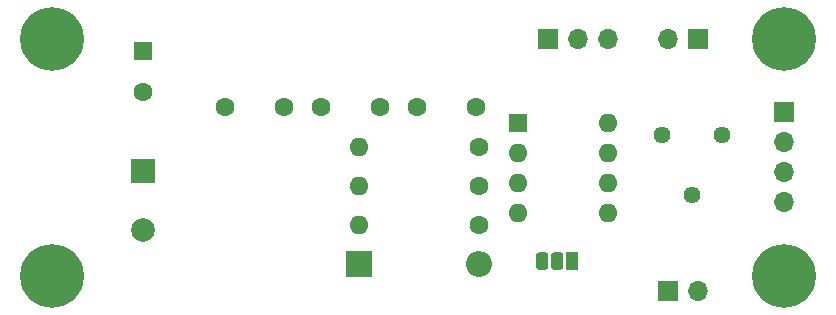
<source format=gbr>
G04 #@! TF.GenerationSoftware,KiCad,Pcbnew,(5.1.7)-1*
G04 #@! TF.CreationDate,2021-04-21T20:11:02-05:00*
G04 #@! TF.ProjectId,PortableAmpSlim,506f7274-6162-46c6-9541-6d70536c696d,rev?*
G04 #@! TF.SameCoordinates,Original*
G04 #@! TF.FileFunction,Soldermask,Top*
G04 #@! TF.FilePolarity,Negative*
%FSLAX46Y46*%
G04 Gerber Fmt 4.6, Leading zero omitted, Abs format (unit mm)*
G04 Created by KiCad (PCBNEW (5.1.7)-1) date 2021-04-21 20:11:02*
%MOMM*%
%LPD*%
G01*
G04 APERTURE LIST*
%ADD10R,1.600000X1.600000*%
%ADD11C,1.600000*%
%ADD12R,2.200000X2.200000*%
%ADD13O,2.200000X2.200000*%
%ADD14C,5.400000*%
%ADD15R,1.700000X1.700000*%
%ADD16O,1.700000X1.700000*%
%ADD17R,1.050000X1.500000*%
%ADD18O,1.600000X1.600000*%
%ADD19C,1.440000*%
%ADD20R,2.000000X2.000000*%
%ADD21C,2.000000*%
G04 APERTURE END LIST*
D10*
G04 #@! TO.C,C1*
X110744000Y-62992000D03*
D11*
X110744000Y-66492000D03*
G04 #@! TD*
G04 #@! TO.C,C2*
X122682000Y-67710000D03*
X117682000Y-67710000D03*
G04 #@! TD*
G04 #@! TO.C,C3*
X133938000Y-67710000D03*
X138938000Y-67710000D03*
G04 #@! TD*
G04 #@! TO.C,C4*
X125810000Y-67710000D03*
X130810000Y-67710000D03*
G04 #@! TD*
D12*
G04 #@! TO.C,D1*
X129032000Y-81026000D03*
D13*
X139192000Y-81026000D03*
G04 #@! TD*
D14*
G04 #@! TO.C,H1*
X103000000Y-62000000D03*
G04 #@! TD*
G04 #@! TO.C,H2*
X103000000Y-82000000D03*
G04 #@! TD*
G04 #@! TO.C,H3*
X165000000Y-62000000D03*
G04 #@! TD*
G04 #@! TO.C,H4*
X165000000Y-82000000D03*
G04 #@! TD*
D15*
G04 #@! TO.C,J1*
X165000000Y-68190000D03*
D16*
X165000000Y-70730000D03*
X165000000Y-73270000D03*
X165000000Y-75810000D03*
G04 #@! TD*
D15*
G04 #@! TO.C,J2*
X157734000Y-62000000D03*
D16*
X155194000Y-62000000D03*
G04 #@! TD*
G04 #@! TO.C,Q1*
G36*
G01*
X146321000Y-80284500D02*
X146321000Y-81259500D01*
G75*
G02*
X146058500Y-81522000I-262500J0D01*
G01*
X145533500Y-81522000D01*
G75*
G02*
X145271000Y-81259500I0J262500D01*
G01*
X145271000Y-80284500D01*
G75*
G02*
X145533500Y-80022000I262500J0D01*
G01*
X146058500Y-80022000D01*
G75*
G02*
X146321000Y-80284500I0J-262500D01*
G01*
G37*
G36*
G01*
X145051000Y-80284500D02*
X145051000Y-81259500D01*
G75*
G02*
X144788500Y-81522000I-262500J0D01*
G01*
X144263500Y-81522000D01*
G75*
G02*
X144001000Y-81259500I0J262500D01*
G01*
X144001000Y-80284500D01*
G75*
G02*
X144263500Y-80022000I262500J0D01*
G01*
X144788500Y-80022000D01*
G75*
G02*
X145051000Y-80284500I0J-262500D01*
G01*
G37*
D17*
X147066000Y-80772000D03*
G04 #@! TD*
D18*
G04 #@! TO.C,R1*
X129032000Y-77724000D03*
D11*
X139192000Y-77724000D03*
G04 #@! TD*
G04 #@! TO.C,R2*
X139192000Y-74422000D03*
D18*
X129032000Y-74422000D03*
G04 #@! TD*
D11*
G04 #@! TO.C,R3*
X139192000Y-71120000D03*
D18*
X129032000Y-71120000D03*
G04 #@! TD*
D16*
G04 #@! TO.C,RV1*
X150114000Y-61976000D03*
X147574000Y-61976000D03*
D15*
X145034000Y-61976000D03*
G04 #@! TD*
G04 #@! TO.C,SW1*
X155194000Y-83312000D03*
D16*
X157734000Y-83312000D03*
G04 #@! TD*
D10*
G04 #@! TO.C,U1*
X142494000Y-69088000D03*
D18*
X150114000Y-76708000D03*
X142494000Y-71628000D03*
X150114000Y-74168000D03*
X142494000Y-74168000D03*
X150114000Y-71628000D03*
X142494000Y-76708000D03*
X150114000Y-69088000D03*
G04 #@! TD*
D19*
G04 #@! TO.C,RV2*
X159766000Y-70104000D03*
X157226000Y-75184000D03*
X154686000Y-70104000D03*
G04 #@! TD*
D20*
G04 #@! TO.C,C5*
X110744000Y-73152000D03*
D21*
X110744000Y-78152000D03*
G04 #@! TD*
M02*

</source>
